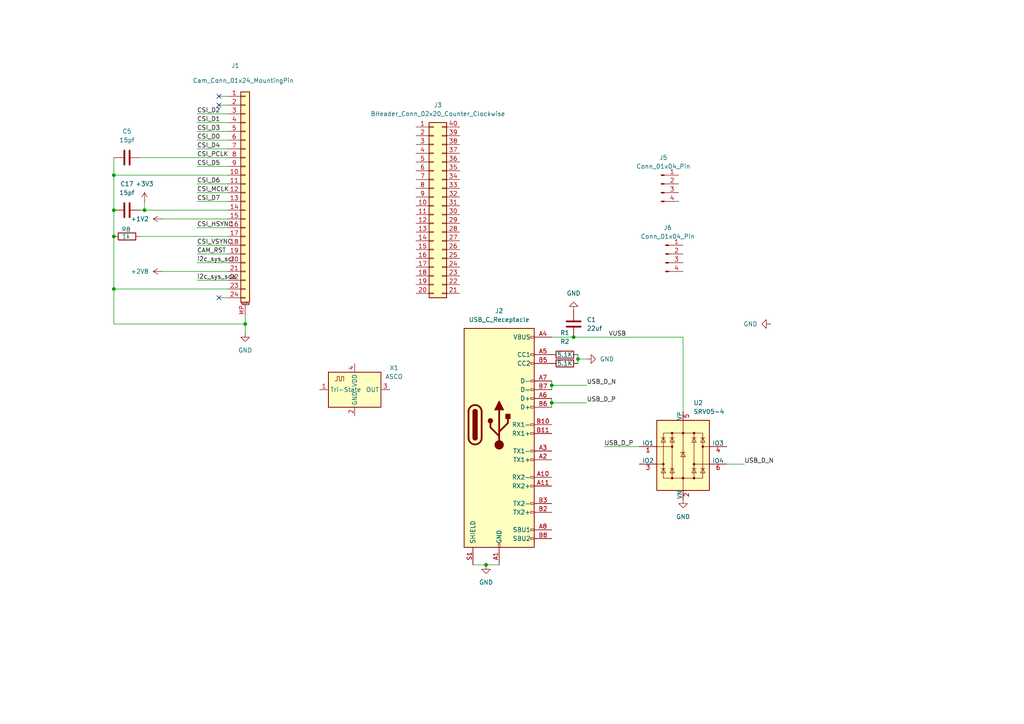
<source format=kicad_sch>
(kicad_sch (version 20240417) (generator "eeschema") (generator_version "8.99")
  (paper "A4")
  (lib_symbols
    (symbol "Connector:Conn_01x04_Pin" (pin_names (offset 1.016) hide)
      (property "Reference" "J" (at 0 5.08 0))
      (property "Value" "Conn_01x04_Pin" (at 0 -7.62 0))
      (symbol "Conn_01x04_Pin_1_1"
        (rectangle (start 0.8636 2.667) (end 0 2.413) (stroke (width 0.1524)) (fill (type outline)))
        (rectangle (start 0.8636 0.127) (end 0 -0.127) (stroke (width 0.1524)) (fill (type outline)))
        (rectangle (start 0.8636 -2.413) (end 0 -2.667) (stroke (width 0.1524)) (fill (type outline)))
        (rectangle (start 0.8636 -4.953) (end 0 -5.207) (stroke (width 0.1524)) (fill (type outline)))
        (polyline (pts (xy 1.27 2.54) (xy 0.8636 2.54)) (stroke (width 0.1524)))
        (polyline (pts (xy 1.27 0) (xy 0.8636 0)) (stroke (width 0.1524)))
        (polyline (pts (xy 1.27 -2.54) (xy 0.8636 -2.54)) (stroke (width 0.1524)))
        (polyline (pts (xy 1.27 -5.08) (xy 0.8636 -5.08)) (stroke (width 0.1524)))
        (pin passive line (at 5.08 2.54 180) (length 3.81) (name "Pin_1") (number "1"))
        (pin passive line (at 5.08 0 180) (length 3.81) (name "Pin_2") (number "2"))
        (pin passive line (at 5.08 -2.54 180) (length 3.81) (name "Pin_3") (number "3"))
        (pin passive line (at 5.08 -5.08 180) (length 3.81) (name "Pin_4") (number "4"))
      )
    )
    (symbol "Connector:USB_C_Receptacle" (pin_names (offset 1.016))
      (property "Reference" "J" (at -10.16 29.21 0))
      (property "Value" "USB_C_Receptacle" (at 10.16 29.21 0))
      (symbol "USB_C_Receptacle_0_0"
        (rectangle (start -0.254 -35.56) (end 0.254 -34.544))
        (rectangle (start 10.16 25.654) (end 9.144 25.146))
        (rectangle (start 10.16 20.574) (end 9.144 20.066))
        (rectangle (start 10.16 18.034) (end 9.144 17.526))
        (rectangle (start 10.16 12.954) (end 9.144 12.446))
        (rectangle (start 10.16 10.414) (end 9.144 9.906))
        (rectangle (start 10.16 7.874) (end 9.144 7.366))
        (rectangle (start 10.16 5.334) (end 9.144 4.826))
        (rectangle (start 10.16 0.254) (end 9.144 -0.254))
        (rectangle (start 10.16 -2.286) (end 9.144 -2.794))
        (rectangle (start 10.16 -7.366) (end 9.144 -7.874))
        (rectangle (start 10.16 -9.906) (end 9.144 -10.414))
        (rectangle (start 10.16 -14.986) (end 9.144 -15.494))
        (rectangle (start 10.16 -17.526) (end 9.144 -18.034))
        (rectangle (start 10.16 -22.606) (end 9.144 -23.114))
        (rectangle (start 10.16 -25.146) (end 9.144 -25.654))
        (rectangle (start 10.16 -30.226) (end 9.144 -30.734))
        (rectangle (start 10.16 -32.766) (end 9.144 -33.274))
      )
      (symbol "USB_C_Receptacle_0_1"
        (rectangle (start -10.16 27.94) (end 10.16 -35.56) (stroke (width 0.254)) (fill (type background)))
        (polyline (pts (xy -8.89 -3.81) (xy -8.89 3.81)) (stroke (width 0.508)))
        (rectangle (start -7.62 -3.81) (end -6.35 3.81) (stroke (width 0.254)) (fill (type outline)))
        (arc (start -7.62 3.81) (mid -6.985 4.4423) (end -6.35 3.81) (stroke (width 0.254)))
        (arc (start -7.62 3.81) (mid -6.985 4.4423) (end -6.35 3.81) (stroke (width 0.254)) (fill (type outline)))
        (arc (start -8.89 3.81) (mid -6.985 5.7067) (end -5.08 3.81) (stroke (width 0.508)))
        (arc (start -5.08 -3.81) (mid -6.985 -5.7067) (end -8.89 -3.81) (stroke (width 0.508)))
        (arc (start -6.35 -3.81) (mid -6.985 -4.4423) (end -7.62 -3.81) (stroke (width 0.254)))
        (arc (start -6.35 -3.81) (mid -6.985 -4.4423) (end -7.62 -3.81) (stroke (width 0.254)) (fill (type outline)))
        (polyline (pts (xy -5.08 3.81) (xy -5.08 -3.81)) (stroke (width 0.508)))
      )
      (symbol "USB_C_Receptacle_1_1"
        (circle (center -2.54 1.143) (radius 0.635) (stroke (width 0.254)) (fill (type outline)))
        (polyline (pts (xy -1.27 4.318) (xy 0 6.858) (xy 1.27 4.318) (xy -1.27 4.318)) (stroke (width 0.254)) (fill (type outline)))
        (polyline (pts (xy 0 -2.032) (xy 2.54 0.508) (xy 2.54 1.778)) (stroke (width 0.508)))
        (polyline (pts (xy 0 -3.302) (xy -2.54 -0.762) (xy -2.54 0.508)) (stroke (width 0.508)))
        (polyline (pts (xy 0 -5.842) (xy 0 4.318)) (stroke (width 0.508)))
        (circle (center 0 -5.842) (radius 1.27) (fill (type outline)))
        (rectangle (start 1.905 1.778) (end 3.175 3.048) (stroke (width 0.254)) (fill (type outline)))
        (pin passive line (at 0 -40.64 90) (length 5.08) (name "GND") (number "A1"))
        (pin bidirectional line (at 15.24 -15.24 180) (length 5.08) (name "RX2-") (number "A10"))
        (pin bidirectional line (at 15.24 -17.78 180) (length 5.08) (name "RX2+") (number "A11"))
        (pin passive line (at 0 -40.64 90) (length 5.08) hide (name "GND") (number "A12"))
        (pin bidirectional line (at 15.24 -10.16 180) (length 5.08) (name "TX1+") (number "A2"))
        (pin bidirectional line (at 15.24 -7.62 180) (length 5.08) (name "TX1-") (number "A3"))
        (pin passive line (at 15.24 25.4 180) (length 5.08) (name "VBUS") (number "A4"))
        (pin bidirectional line (at 15.24 20.32 180) (length 5.08) (name "CC1") (number "A5"))
        (pin bidirectional line (at 15.24 7.62 180) (length 5.08) (name "D+") (number "A6"))
        (pin bidirectional line (at 15.24 12.7 180) (length 5.08) (name "D-") (number "A7"))
        (pin bidirectional line (at 15.24 -30.48 180) (length 5.08) (name "SBU1") (number "A8"))
        (pin passive line (at 15.24 25.4 180) (length 5.08) hide (name "VBUS") (number "A9"))
        (pin passive line (at 0 -40.64 90) (length 5.08) hide (name "GND") (number "B1"))
        (pin bidirectional line (at 15.24 0 180) (length 5.08) (name "RX1-") (number "B10"))
        (pin bidirectional line (at 15.24 -2.54 180) (length 5.08) (name "RX1+") (number "B11"))
        (pin passive line (at 0 -40.64 90) (length 5.08) hide (name "GND") (number "B12"))
        (pin bidirectional line (at 15.24 -25.4 180) (length 5.08) (name "TX2+") (number "B2"))
        (pin bidirectional line (at 15.24 -22.86 180) (length 5.08) (name "TX2-") (number "B3"))
        (pin passive line (at 15.24 25.4 180) (length 5.08) hide (name "VBUS") (number "B4"))
        (pin bidirectional line (at 15.24 17.78 180) (length 5.08) (name "CC2") (number "B5"))
        (pin bidirectional line (at 15.24 5.08 180) (length 5.08) (name "D+") (number "B6"))
        (pin bidirectional line (at 15.24 10.16 180) (length 5.08) (name "D-") (number "B7"))
        (pin bidirectional line (at 15.24 -33.02 180) (length 5.08) (name "SBU2") (number "B8"))
        (pin passive line (at 15.24 25.4 180) (length 5.08) hide (name "VBUS") (number "B9"))
        (pin passive line (at -7.62 -40.64 90) (length 5.08) (name "SHIELD") (number "S1"))
      )
    )
    (symbol "Connector_Generic:Conn_02x20_Counter_Clockwise" (pin_names (offset 1.016) hide)
      (property "Reference" "J" (at 1.27 25.4 0))
      (property "Value" "Conn_02x20_Counter_Clockwise" (at 1.27 -27.94 0))
      (symbol "Conn_02x20_Counter_Clockwise_1_1"
        (rectangle (start -1.27 24.13) (end 3.81 -26.67) (stroke (width 0.254)) (fill (type background)))
        (rectangle (start -1.27 22.987) (end 0 22.733) (stroke (width 0.1524)))
        (rectangle (start -1.27 20.447) (end 0 20.193) (stroke (width 0.1524)))
        (rectangle (start -1.27 17.907) (end 0 17.653) (stroke (width 0.1524)))
        (rectangle (start -1.27 15.367) (end 0 15.113) (stroke (width 0.1524)))
        (rectangle (start -1.27 12.827) (end 0 12.573) (stroke (width 0.1524)))
        (rectangle (start -1.27 10.287) (end 0 10.033) (stroke (width 0.1524)))
        (rectangle (start -1.27 7.747) (end 0 7.493) (stroke (width 0.1524)))
        (rectangle (start -1.27 5.207) (end 0 4.953) (stroke (width 0.1524)))
        (rectangle (start -1.27 2.667) (end 0 2.413) (stroke (width 0.1524)))
        (rectangle (start -1.27 0.127) (end 0 -0.127) (stroke (width 0.1524)))
        (rectangle (start -1.27 -2.413) (end 0 -2.667) (stroke (width 0.1524)))
        (rectangle (start -1.27 -4.953) (end 0 -5.207) (stroke (width 0.1524)))
        (rectangle (start -1.27 -7.493) (end 0 -7.747) (stroke (width 0.1524)))
        (rectangle (start -1.27 -10.033) (end 0 -10.287) (stroke (width 0.1524)))
        (rectangle (start -1.27 -12.573) (end 0 -12.827) (stroke (width 0.1524)))
        (rectangle (start -1.27 -15.113) (end 0 -15.367) (stroke (width 0.1524)))
        (rectangle (start -1.27 -17.653) (end 0 -17.907) (stroke (width 0.1524)))
        (rectangle (start -1.27 -20.193) (end 0 -20.447) (stroke (width 0.1524)))
        (rectangle (start -1.27 -22.733) (end 0 -22.987) (stroke (width 0.1524)))
        (rectangle (start -1.27 -25.273) (end 0 -25.527) (stroke (width 0.1524)))
        (rectangle (start 3.81 22.987) (end 2.54 22.733) (stroke (width 0.1524)))
        (rectangle (start 3.81 20.447) (end 2.54 20.193) (stroke (width 0.1524)))
        (rectangle (start 3.81 17.907) (end 2.54 17.653) (stroke (width 0.1524)))
        (rectangle (start 3.81 15.367) (end 2.54 15.113) (stroke (width 0.1524)))
        (rectangle (start 3.81 12.827) (end 2.54 12.573) (stroke (width 0.1524)))
        (rectangle (start 3.81 10.287) (end 2.54 10.033) (stroke (width 0.1524)))
        (rectangle (start 3.81 7.747) (end 2.54 7.493) (stroke (width 0.1524)))
        (rectangle (start 3.81 5.207) (end 2.54 4.953) (stroke (width 0.1524)))
        (rectangle (start 3.81 2.667) (end 2.54 2.413) (stroke (width 0.1524)))
        (rectangle (start 3.81 0.127) (end 2.54 -0.127) (stroke (width 0.1524)))
        (rectangle (start 3.81 -2.413) (end 2.54 -2.667) (stroke (width 0.1524)))
        (rectangle (start 3.81 -4.953) (end 2.54 -5.207) (stroke (width 0.1524)))
        (rectangle (start 3.81 -7.493) (end 2.54 -7.747) (stroke (width 0.1524)))
        (rectangle (start 3.81 -10.033) (end 2.54 -10.287) (stroke (width 0.1524)))
        (rectangle (start 3.81 -12.573) (end 2.54 -12.827) (stroke (width 0.1524)))
        (rectangle (start 3.81 -15.113) (end 2.54 -15.367) (stroke (width 0.1524)))
        (rectangle (start 3.81 -17.653) (end 2.54 -17.907) (stroke (width 0.1524)))
        (rectangle (start 3.81 -20.193) (end 2.54 -20.447) (stroke (width 0.1524)))
        (rectangle (start 3.81 -22.733) (end 2.54 -22.987) (stroke (width 0.1524)))
        (rectangle (start 3.81 -25.273) (end 2.54 -25.527) (stroke (width 0.1524)))
        (pin passive line (at -5.08 22.86 0) (length 3.81) (name "Pin_1") (number "1"))
        (pin passive line (at -5.08 0 0) (length 3.81) (name "Pin_10") (number "10"))
        (pin passive line (at -5.08 -2.54 0) (length 3.81) (name "Pin_11") (number "11"))
        (pin passive line (at -5.08 -5.08 0) (length 3.81) (name "Pin_12") (number "12"))
        (pin passive line (at -5.08 -7.62 0) (length 3.81) (name "Pin_13") (number "13"))
        (pin passive line (at -5.08 -10.16 0) (length 3.81) (name "Pin_14") (number "14"))
        (pin passive line (at -5.08 -12.7 0) (length 3.81) (name "Pin_15") (number "15"))
        (pin passive line (at -5.08 -15.24 0) (length 3.81) (name "Pin_16") (number "16"))
        (pin passive line (at -5.08 -17.78 0) (length 3.81) (name "Pin_17") (number "17"))
        (pin passive line (at -5.08 -20.32 0) (length 3.81) (name "Pin_18") (number "18"))
        (pin passive line (at -5.08 -22.86 0) (length 3.81) (name "Pin_19") (number "19"))
        (pin passive line (at -5.08 20.32 0) (length 3.81) (name "Pin_2") (number "2"))
        (pin passive line (at -5.08 -25.4 0) (length 3.81) (name "Pin_20") (number "20"))
        (pin passive line (at 7.62 -25.4 180) (length 3.81) (name "Pin_21") (number "21"))
        (pin passive line (at 7.62 -22.86 180) (length 3.81) (name "Pin_22") (number "22"))
        (pin passive line (at 7.62 -20.32 180) (length 3.81) (name "Pin_23") (number "23"))
        (pin passive line (at 7.62 -17.78 180) (length 3.81) (name "Pin_24") (number "24"))
        (pin passive line (at 7.62 -15.24 180) (length 3.81) (name "Pin_25") (number "25"))
        (pin passive line (at 7.62 -12.7 180) (length 3.81) (name "Pin_26") (number "26"))
        (pin passive line (at 7.62 -10.16 180) (length 3.81) (name "Pin_27") (number "27"))
        (pin passive line (at 7.62 -7.62 180) (length 3.81) (name "Pin_28") (number "28"))
        (pin passive line (at 7.62 -5.08 180) (length 3.81) (name "Pin_29") (number "29"))
        (pin passive line (at -5.08 17.78 0) (length 3.81) (name "Pin_3") (number "3"))
        (pin passive line (at 7.62 -2.54 180) (length 3.81) (name "Pin_30") (number "30"))
        (pin passive line (at 7.62 0 180) (length 3.81) (name "Pin_31") (number "31"))
        (pin passive line (at 7.62 2.54 180) (length 3.81) (name "Pin_32") (number "32"))
        (pin passive line (at 7.62 5.08 180) (length 3.81) (name "Pin_33") (number "33"))
        (pin passive line (at 7.62 7.62 180) (length 3.81) (name "Pin_34") (number "34"))
        (pin passive line (at 7.62 10.16 180) (length 3.81) (name "Pin_35") (number "35"))
        (pin passive line (at 7.62 12.7 180) (length 3.81) (name "Pin_36") (number "36"))
        (pin passive line (at 7.62 15.24 180) (length 3.81) (name "Pin_37") (number "37"))
        (pin passive line (at 7.62 17.78 180) (length 3.81) (name "Pin_38") (number "38"))
        (pin passive line (at 7.62 20.32 180) (length 3.81) (name "Pin_39") (number "39"))
        (pin passive line (at -5.08 15.24 0) (length 3.81) (name "Pin_4") (number "4"))
        (pin passive line (at 7.62 22.86 180) (length 3.81) (name "Pin_40") (number "40"))
        (pin passive line (at -5.08 12.7 0) (length 3.81) (name "Pin_5") (number "5"))
        (pin passive line (at -5.08 10.16 0) (length 3.81) (name "Pin_6") (number "6"))
        (pin passive line (at -5.08 7.62 0) (length 3.81) (name "Pin_7") (number "7"))
        (pin passive line (at -5.08 5.08 0) (length 3.81) (name "Pin_8") (number "8"))
        (pin passive line (at -5.08 2.54 0) (length 3.81) (name "Pin_9") (number "9"))
      )
    )
    (symbol "Connector_Generic_MountingPin:Conn_01x24_MountingPin" (pin_names (offset 1.016) hide)
      (property "Reference" "J" (at 0 30.48 0))
      (property "Value" "Conn_01x24_MountingPin" (at 1.27 -33.02 0))
      (symbol "Conn_01x24_MountingPin_1_1"
        (rectangle (start -1.27 29.21) (end 1.27 -31.75) (stroke (width 0.254)) (fill (type background)))
        (rectangle (start -1.27 28.067) (end 0 27.813) (stroke (width 0.1524)))
        (rectangle (start -1.27 25.527) (end 0 25.273) (stroke (width 0.1524)))
        (rectangle (start -1.27 22.987) (end 0 22.733) (stroke (width 0.1524)))
        (rectangle (start -1.27 20.447) (end 0 20.193) (stroke (width 0.1524)))
        (rectangle (start -1.27 17.907) (end 0 17.653) (stroke (width 0.1524)))
        (rectangle (start -1.27 15.367) (end 0 15.113) (stroke (width 0.1524)))
        (rectangle (start -1.27 12.827) (end 0 12.573) (stroke (width 0.1524)))
        (rectangle (start -1.27 10.287) (end 0 10.033) (stroke (width 0.1524)))
        (rectangle (start -1.27 7.747) (end 0 7.493) (stroke (width 0.1524)))
        (rectangle (start -1.27 5.207) (end 0 4.953) (stroke (width 0.1524)))
        (rectangle (start -1.27 2.667) (end 0 2.413) (stroke (width 0.1524)))
        (rectangle (start -1.27 0.127) (end 0 -0.127) (stroke (width 0.1524)))
        (rectangle (start -1.27 -2.413) (end 0 -2.667) (stroke (width 0.1524)))
        (rectangle (start -1.27 -4.953) (end 0 -5.207) (stroke (width 0.1524)))
        (rectangle (start -1.27 -7.493) (end 0 -7.747) (stroke (width 0.1524)))
        (rectangle (start -1.27 -10.033) (end 0 -10.287) (stroke (width 0.1524)))
        (rectangle (start -1.27 -12.573) (end 0 -12.827) (stroke (width 0.1524)))
        (rectangle (start -1.27 -15.113) (end 0 -15.367) (stroke (width 0.1524)))
        (rectangle (start -1.27 -17.653) (end 0 -17.907) (stroke (width 0.1524)))
        (rectangle (start -1.27 -20.193) (end 0 -20.447) (stroke (width 0.1524)))
        (rectangle (start -1.27 -22.733) (end 0 -22.987) (stroke (width 0.1524)))
        (rectangle (start -1.27 -25.273) (end 0 -25.527) (stroke (width 0.1524)))
        (rectangle (start -1.27 -27.813) (end 0 -28.067) (stroke (width 0.1524)))
        (rectangle (start -1.27 -30.353) (end 0 -30.607) (stroke (width 0.1524)))
        (polyline (pts (xy -1.016 -32.512) (xy 1.016 -32.512)) (stroke (width 0.1524)))
        (text "Mounting" (at 0 -32.131 0) (effects (font (size 0.381 0.381))))
        (pin passive line (at -5.08 27.94 0) (length 3.81) (name "Pin_1") (number "1"))
        (pin passive line (at -5.08 5.08 0) (length 3.81) (name "Pin_10") (number "10"))
        (pin passive line (at -5.08 2.54 0) (length 3.81) (name "Pin_11") (number "11"))
        (pin passive line (at -5.08 0 0) (length 3.81) (name "Pin_12") (number "12"))
        (pin passive line (at -5.08 -2.54 0) (length 3.81) (name "Pin_13") (number "13"))
        (pin passive line (at -5.08 -5.08 0) (length 3.81) (name "Pin_14") (number "14"))
        (pin passive line (at -5.08 -7.62 0) (length 3.81) (name "Pin_15") (number "15"))
        (pin passive line (at -5.08 -10.16 0) (length 3.81) (name "Pin_16") (number "16"))
        (pin passive line (at -5.08 -12.7 0) (length 3.81) (name "Pin_17") (number "17"))
        (pin passive line (at -5.08 -15.24 0) (length 3.81) (name "Pin_18") (number "18"))
        (pin passive line (at -5.08 -17.78 0) (length 3.81) (name "Pin_19") (number "19"))
        (pin passive line (at -5.08 25.4 0) (length 3.81) (name "Pin_2") (number "2"))
        (pin passive line (at -5.08 -20.32 0) (length 3.81) (name "Pin_20") (number "20"))
        (pin passive line (at -5.08 -22.86 0) (length 3.81) (name "Pin_21") (number "21"))
        (pin passive line (at -5.08 -25.4 0) (length 3.81) (name "Pin_22") (number "22"))
        (pin passive line (at -5.08 -27.94 0) (length 3.81) (name "Pin_23") (number "23"))
        (pin passive line (at -5.08 -30.48 0) (length 3.81) (name "Pin_24") (number "24"))
        (pin passive line (at -5.08 22.86 0) (length 3.81) (name "Pin_3") (number "3"))
        (pin passive line (at -5.08 20.32 0) (length 3.81) (name "Pin_4") (number "4"))
        (pin passive line (at -5.08 17.78 0) (length 3.81) (name "Pin_5") (number "5"))
        (pin passive line (at -5.08 15.24 0) (length 3.81) (name "Pin_6") (number "6"))
        (pin passive line (at -5.08 12.7 0) (length 3.81) (name "Pin_7") (number "7"))
        (pin passive line (at -5.08 10.16 0) (length 3.81) (name "Pin_8") (number "8"))
        (pin passive line (at -5.08 7.62 0) (length 3.81) (name "Pin_9") (number "9"))
        (pin passive line (at 0 -35.56 90) (length 3.048) (name "MountPin") (number "MP"))
      )
    )
    (symbol "Device:C" (pin_numbers hide) (pin_names (offset 0.254))
      (property "Reference" "C" (at 0.635 2.54 0))
      (property "Value" "C" (at 0.635 -2.54 0))
      (symbol "C_0_1"
        (polyline (pts (xy -2.032 0.762) (xy 2.032 0.762)) (stroke (width 0.508)))
        (polyline (pts (xy -2.032 -0.762) (xy 2.032 -0.762)) (stroke (width 0.508)))
      )
      (symbol "C_1_1"
        (pin passive line (at 0 3.81 270) (length 2.794) (name "~") (number "1"))
        (pin passive line (at 0 -3.81 90) (length 2.794) (name "~") (number "2"))
      )
    )
    (symbol "Device:R" (pin_numbers hide) (pin_names (offset 0))
      (property "Reference" "R" (at 2.032 0 90))
      (property "Value" "R" (at 0 0 90))
      (symbol "R_0_1"
        (rectangle (start -1.016 -2.54) (end 1.016 2.54) (stroke (width 0.254)))
      )
      (symbol "R_1_1"
        (pin passive line (at 0 3.81 270) (length 1.27) (name "~") (number "1"))
        (pin passive line (at 0 -3.81 90) (length 1.27) (name "~") (number "2"))
      )
    )
    (symbol "Oscillator:ASCO"
      (property "Reference" "X" (at -7.62 6.35 0))
      (property "Value" "ASCO" (at 1.27 -6.35 0))
      (symbol "ASCO_0_1"
        (rectangle (start -7.62 5.08) (end 7.62 -5.08) (stroke (width 0.254)) (fill (type background)))
        (polyline (pts (xy -5.715 2.54) (xy -5.08 2.54) (xy -5.08 3.81) (xy -4.445 3.81) (xy -4.445 2.54) (xy -3.81 2.54) (xy -3.81 3.81) (xy -3.175 3.81) (xy -3.175 2.54)))
      )
      (symbol "ASCO_1_1"
        (pin input line (at -10.16 0 0) (length 2.54) (name "Tri-State") (number "1"))
        (pin power_in line (at 0 -7.62 90) (length 2.54) (name "GND") (number "2"))
        (pin output line (at 10.16 0 180) (length 2.54) (name "OUT") (number "3"))
        (pin power_in line (at 0 7.62 270) (length 2.54) (name "VDD") (number "4"))
      )
    )
    (symbol "Power_Protection:SRV05-4" (pin_names (offset 0))
      (property "Reference" "U" (at -5.08 11.43 0))
      (property "Value" "SRV05-4" (at 2.54 11.43 0))
      (symbol "SRV05-4_0_0"
        (rectangle (start -5.715 6.477) (end 5.715 -6.604))
        (polyline (pts (xy -3.175 -6.604) (xy -3.175 6.477)))
        (polyline (pts (xy 3.175 6.477) (xy 3.175 -6.604)))
      )
      (symbol "SRV05-4_0_1"
        (polyline (pts (xy -7.747 2.54) (xy -3.175 2.54)))
        (rectangle (start -7.62 10.16) (end 7.62 -10.16) (stroke (width 0.254)) (fill (type background)))
        (polyline (pts (xy -7.62 -2.54) (xy -5.715 -2.54)))
        (circle (center -5.715 -2.54) (radius 0.2794) (fill (type outline)))
        (polyline (pts (xy -5.08 5.08) (xy -6.35 5.08)))
        (polyline (pts (xy -5.08 3.81) (xy -6.35 3.81) (xy -5.715 5.08) (xy -5.08 3.81)))
        (polyline (pts (xy -5.08 -3.81) (xy -6.35 -3.81)))
        (polyline (pts (xy -5.08 -5.08) (xy -6.35 -5.08) (xy -5.715 -3.81) (xy -5.08 -5.08)))
        (circle (center -3.175 6.477) (radius 0.2794) (fill (type outline)))
        (circle (center -3.175 2.54) (radius 0.2794) (fill (type outline)))
        (circle (center -3.175 -6.604) (radius 0.2794) (fill (type outline)))
        (polyline (pts (xy -2.54 5.08) (xy -3.81 5.08)))
        (polyline (pts (xy -2.54 3.81) (xy -3.81 3.81) (xy -3.175 5.08) (xy -2.54 3.81)))
        (polyline (pts (xy -2.54 -3.81) (xy -3.81 -3.81)))
        (polyline (pts (xy -2.54 -5.08) (xy -3.81 -5.08) (xy -3.175 -3.81) (xy -2.54 -5.08)))
        (polyline (pts (xy 0 10.16) (xy 0 -10.16)))
        (circle (center 0 6.477) (radius 0.2794) (fill (type outline)))
        (circle (center 0 -6.604) (radius 0.2794) (fill (type outline)))
        (polyline (pts (xy 0.635 0.889) (xy -0.635 0.889) (xy -0.635 0.635)))
        (polyline (pts (xy 0.635 -0.381) (xy -0.635 -0.381) (xy 0 0.889) (xy 0.635 -0.381)))
        (circle (center 3.175 6.477) (radius 0.2794) (fill (type outline)))
        (circle (center 3.175 -2.54) (radius 0.2794) (fill (type outline)))
        (circle (center 3.175 -6.604) (radius 0.2794) (fill (type outline)))
        (polyline (pts (xy 3.81 5.08) (xy 2.54 5.08)))
        (polyline (pts (xy 3.81 3.81) (xy 2.54 3.81) (xy 3.175 5.08) (xy 3.81 3.81)))
        (polyline (pts (xy 3.81 -3.81) (xy 2.54 -3.81)))
        (polyline (pts (xy 3.81 -5.08) (xy 2.54 -5.08) (xy 3.175 -3.81) (xy 3.81 -5.08)))
        (circle (center 5.715 2.54) (radius 0.2794) (fill (type outline)))
        (polyline (pts (xy 6.35 5.08) (xy 5.08 5.08)))
        (polyline (pts (xy 6.35 3.81) (xy 5.08 3.81) (xy 5.715 5.08) (xy 6.35 3.81)))
        (polyline (pts (xy 6.35 -3.81) (xy 5.08 -3.81)))
        (polyline (pts (xy 6.35 -5.08) (xy 5.08 -5.08) (xy 5.715 -3.81) (xy 6.35 -5.08)))
        (polyline (pts (xy 7.62 2.54) (xy 5.715 2.54)))
        (polyline (pts (xy 7.62 -2.54) (xy 3.175 -2.54)))
      )
      (symbol "SRV05-4_1_1"
        (pin passive line (at -12.7 2.54 0) (length 5.08) (name "IO1") (number "1"))
        (pin passive line (at 0 -12.7 90) (length 2.54) (name "VN") (number "2"))
        (pin passive line (at -12.7 -2.54 0) (length 5.08) (name "IO2") (number "3"))
        (pin passive line (at 12.7 2.54 180) (length 5.08) (name "IO3") (number "4"))
        (pin passive line (at 0 12.7 270) (length 2.54) (name "VP") (number "5"))
        (pin passive line (at 12.7 -2.54 180) (length 5.08) (name "IO4") (number "6"))
      )
    )
    (symbol "power:+1V2" (power) (pin_numbers hide) (pin_names (offset 0) hide)
      (property "Value" "+1V2" (at 0 3.556 0))
      (symbol "+1V2_0_1"
        (polyline (pts (xy -0.762 1.27) (xy 0 2.54)))
        (polyline (pts (xy 0 2.54) (xy 0.762 1.27)))
        (polyline (pts (xy 0 0) (xy 0 2.54)))
      )
      (symbol "+1V2_1_1"
        (pin power_in line (at 0 0 90) (length 0) (name "~") (number "1"))
      )
    )
    (symbol "power:+2V8" (power) (pin_numbers hide) (pin_names (offset 0) hide)
      (property "Value" "+2V8" (at 0 3.556 0))
      (symbol "+2V8_0_1"
        (polyline (pts (xy -0.762 1.27) (xy 0 2.54)))
        (polyline (pts (xy 0 2.54) (xy 0.762 1.27)))
        (polyline (pts (xy 0 0) (xy 0 2.54)))
      )
      (symbol "+2V8_1_1"
        (pin power_in line (at 0 0 90) (length 0) (name "~") (number "1"))
      )
    )
    (symbol "power:+3V3" (power) (pin_numbers hide) (pin_names (offset 0) hide)
      (property "Value" "+3V3" (at 0 3.556 0))
      (symbol "+3V3_0_1"
        (polyline (pts (xy -0.762 1.27) (xy 0 2.54)))
        (polyline (pts (xy 0 2.54) (xy 0.762 1.27)))
        (polyline (pts (xy 0 0) (xy 0 2.54)))
      )
      (symbol "+3V3_1_1"
        (pin power_in line (at 0 0 90) (length 0) (name "~") (number "1"))
      )
    )
    (symbol "power:GND" (power) (pin_numbers hide) (pin_names (offset 0) hide)
      (property "Value" "GND" (at 0 -3.81 0))
      (symbol "GND_0_1"
        (polyline (pts (xy 0 0) (xy 0 -1.27) (xy 1.27 -1.27) (xy 0 -2.54) (xy -1.27 -1.27) (xy 0 -1.27)))
      )
      (symbol "GND_1_1"
        (pin power_in line (at 0 0 270) (length 0) (name "~") (number "1"))
      )
    )
  )
  (junction (at 140.97 163.83))
  (junction (at 33.02 83.82))
  (junction (at 33.02 60.96))
  (junction (at 160.02 116.84))
  (junction (at 71.12 93.98))
  (junction (at 166.37 97.79))
  (junction (at 33.02 68.58))
  (junction (at 41.91 60.96))
  (junction (at 167.64 104.14))
  (junction (at 160.02 111.76))
  (junction (at 33.02 50.8))
  (no_connect (at 63.5 27.94))
  (no_connect (at 63.5 86.36))
  (no_connect (at 63.5 30.48))
  (wire (pts (xy 210.82 134.62) (xy 215.9 134.62)))
  (wire (pts (xy 33.02 45.72) (xy 33.02 50.8)))
  (wire (pts (xy 167.64 104.14) (xy 170.18 104.14)))
  (wire (pts (xy 57.15 40.64) (xy 66.04 40.64)))
  (wire (pts (xy 140.97 163.83) (xy 144.78 163.83)))
  (wire (pts (xy 57.15 58.42) (xy 66.04 58.42)))
  (wire (pts (xy 41.91 58.42) (xy 41.91 60.96)))
  (wire (pts (xy 40.64 60.96) (xy 41.91 60.96)))
  (wire (pts (xy 57.15 76.2) (xy 66.04 76.2)))
  (wire (pts (xy 33.02 83.82) (xy 33.02 93.98)))
  (wire (pts (xy 40.64 45.72) (xy 66.04 45.72)))
  (wire (pts (xy 57.15 48.26) (xy 66.04 48.26)))
  (wire (pts (xy 160.02 115.57) (xy 160.02 116.84)))
  (wire (pts (xy 33.02 68.58) (xy 33.02 83.82)))
  (wire (pts (xy 57.15 66.04) (xy 66.04 66.04)))
  (wire (pts (xy 57.15 71.12) (xy 66.04 71.12)))
  (wire (pts (xy 46.99 78.74) (xy 66.04 78.74)))
  (wire (pts (xy 160.02 110.49) (xy 160.02 111.76)))
  (wire (pts (xy 63.5 30.48) (xy 66.04 30.48)))
  (wire (pts (xy 160.02 116.84) (xy 170.18 116.84)))
  (wire (pts (xy 57.15 33.02) (xy 66.04 33.02)))
  (wire (pts (xy 166.37 97.79) (xy 198.12 97.79)))
  (wire (pts (xy 167.64 104.14) (xy 167.64 105.41)))
  (wire (pts (xy 71.12 93.98) (xy 71.12 96.52)))
  (wire (pts (xy 33.02 93.98) (xy 71.12 93.98)))
  (wire (pts (xy 57.15 73.66) (xy 66.04 73.66)))
  (wire (pts (xy 71.12 91.44) (xy 71.12 93.98)))
  (wire (pts (xy 160.02 111.76) (xy 170.18 111.76)))
  (wire (pts (xy 57.15 53.34) (xy 66.04 53.34)))
  (wire (pts (xy 41.91 60.96) (xy 66.04 60.96)))
  (wire (pts (xy 63.5 86.36) (xy 66.04 86.36)))
  (wire (pts (xy 33.02 50.8) (xy 66.04 50.8)))
  (wire (pts (xy 66.04 83.82) (xy 33.02 83.82)))
  (wire (pts (xy 57.15 55.88) (xy 66.04 55.88)))
  (wire (pts (xy 160.02 111.76) (xy 160.02 113.03)))
  (wire (pts (xy 57.15 43.18) (xy 66.04 43.18)))
  (wire (pts (xy 57.15 38.1) (xy 66.04 38.1)))
  (wire (pts (xy 57.15 35.56) (xy 66.04 35.56)))
  (wire (pts (xy 167.64 102.87) (xy 167.64 104.14)))
  (wire (pts (xy 40.64 68.58) (xy 66.04 68.58)))
  (wire (pts (xy 137.16 163.83) (xy 140.97 163.83)))
  (wire (pts (xy 33.02 50.8) (xy 33.02 60.96)))
  (wire (pts (xy 33.02 60.96) (xy 33.02 68.58)))
  (wire (pts (xy 160.02 116.84) (xy 160.02 118.11)))
  (wire (pts (xy 63.5 27.94) (xy 66.04 27.94)))
  (wire (pts (xy 160.02 97.79) (xy 166.37 97.79)))
  (wire (pts (xy 57.15 81.28) (xy 66.04 81.28)))
  (wire (pts (xy 46.99 63.5) (xy 66.04 63.5)))
  (wire (pts (xy 175.26 129.54) (xy 185.42 129.54)))
  (wire (pts (xy 198.12 97.79) (xy 198.12 119.38)))
  (label "i2c_sys_sda" (at 57.15 81.28 0))
  (label "CSI_MCLK" (at 57.15 55.88 0))
  (label "CSI_D6" (at 57.15 53.34 0))
  (label "USB_D_N" (at 170.18 111.76 0))
  (label "CSI_D4" (at 57.15 43.18 0))
  (label "VUSB" (at 176.53 97.79 0))
  (label "CSI_D5" (at 57.15 48.26 0))
  (label "CSI_D0" (at 57.15 40.64 0))
  (label "CSI_D3" (at 57.15 38.1 0))
  (label "CSI_D1" (at 57.15 35.56 0))
  (label "CSI_D2" (at 57.15 33.02 0))
  (label "USB_D_P" (at 170.18 116.84 0))
  (label "CAM_RST" (at 57.15 73.66 0))
  (label "USB_D_P" (at 175.26 129.54 0))
  (label "CSI_D7" (at 57.15 58.42 0))
  (label "CSI_PCLK" (at 57.15 45.72 0))
  (label "USB_D_N" (at 215.9 134.62 0))
  (label "CSI_HSYNC" (at 57.15 66.04 0))
  (label "CSI_VSYNC" (at 57.15 71.12 0))
  (label "i2c_sys_scl" (at 57.15 76.2 0))
  (symbol (lib_id "Connector_Generic_MountingPin:Conn_01x24_MountingPin") (at 71.12 55.88 0) (unit 1)
    (property "Reference" "J1" (at 67.056 19.05 0) (effects (justify left)))
    (property "Value" "Cam_Conn_01x24_MountingPin" (at 55.88 23.368 0) (effects (justify left)))
    (property "Description" "Generic connectable mounting pin connector, single row, 01x24, script generated (kicad-library-utils/schlib/autogen/connector/)" (effects (hide yes)))
  )
  (symbol (lib_id "power:GND") (at 170.18 104.14 90) (unit 1)
    (property "Reference" "#PWR04" (effects (hide yes)))
    (property "Value" "GND" (at 173.99 104.1399 90) (effects (justify right)))
    (property "Description" "Power symbol creates a global label with name \"GND\" , ground" (effects (hide yes)))
  )
  (symbol (lib_id "Device:R") (at 163.83 105.41 90) (unit 1)
    (property "Reference" "R2" (at 163.83 99.06 90))
    (property "Value" "5.1K" (at 163.83 105.41 90))
    (property "Description" "Resistor" (effects (hide yes)))
  )
  (symbol (lib_id "Device:R") (at 36.83 68.58 90) (unit 1)
    (property "Reference" "R8" (at 36.576 66.548 90))
    (property "Value" "1k" (at 36.576 68.58 90))
    (property "Description" "Resistor" (effects (hide yes)))
  )
  (symbol (lib_id "power:GND") (at 71.12 96.52 0) (unit 1)
    (property "Reference" "#PWR024" (effects (hide yes)))
    (property "Value" "GND" (at 71.12 101.6 0))
    (property "Description" "Power symbol creates a global label with name \"GND\" , ground" (effects (hide yes)))
  )
  (symbol (lib_id "power:GND") (at 166.37 90.17 180) (unit 1)
    (property "Reference" "#PWR02" (effects (hide yes)))
    (property "Value" "GND" (at 166.37 85.09 0))
    (property "Description" "Power symbol creates a global label with name \"GND\" , ground" (effects (hide yes)))
  )
  (symbol (lib_id "Connector:Conn_01x04_Pin") (at 193.04 73.66 0) (unit 1)
    (property "Reference" "J6" (at 193.675 66.04 0))
    (property "Value" "Conn_01x04_Pin" (at 193.675 68.58 0))
    (property "Footprint" "Connector_JST:JST_EH_S4B-EH_1x04_P2.50mm_Horizontal" (effects (hide yes)))
    (property "Description" "Generic connector, single row, 01x04, script generated" (effects (hide yes)))
  )
  (symbol (lib_id "power:GND") (at 198.12 144.78 0) (unit 1)
    (property "Reference" "#PWR08" (effects (hide yes)))
    (property "Value" "GND" (at 198.12 149.86 0))
    (property "Description" "Power symbol creates a global label with name \"GND\" , ground" (effects (hide yes)))
  )
  (symbol (lib_id "Device:R") (at 163.83 102.87 90) (unit 1)
    (property "Reference" "R1" (at 163.83 96.52 90))
    (property "Value" "5.1K" (at 163.83 102.87 90))
    (property "Description" "Resistor" (effects (hide yes)))
  )
  (symbol (lib_id "Connector_Generic:Conn_02x20_Counter_Clockwise") (at 125.73 59.69 0) (unit 1)
    (property "Reference" "J3" (at 127 30.48 0))
    (property "Value" "BHeader_Conn_02x20_Counter_Clockwise" (at 127 33.02 0))
    (property "Footprint" "Connector_Harwin:Harwin_M20-7811545_2x15_P2.54mm_Vertical" (effects (hide yes)))
    (property "Description" "Generic connector, double row, 02x20, counter clockwise pin numbering scheme (similar to DIP package numbering), script generated (kicad-library-utils/schlib/autogen/connector/)" (effects (hide yes)))
  )
  (symbol (lib_id "Device:C") (at 166.37 93.98 0) (unit 1)
    (property "Reference" "C1" (at 170.18 92.7099 0) (effects (justify left)))
    (property "Value" "22uf" (at 170.18 95.2499 0) (effects (justify left)))
    (property "Description" "Unpolarized capacitor" (effects (hide yes)))
  )
  (symbol (lib_id "Oscillator:ASCO") (at 102.87 113.03 0) (unit 1)
    (property "Reference" "X1" (at 114.3 106.7114 0))
    (property "Value" "ASCO" (at 114.3 109.2514 0))
    (property "Footprint" "Oscillator:Oscillator_SMD_Abracon_ASCO-4Pin_1.6x1.2mm" (effects (hide yes)))
    (property "Datasheet" "https://abracon.com/Oscillators/ASCO.pdf" (effects (hide yes)))
    (property "Description" "Crystal Clock Oscillator, Abracon ASCO" (effects (hide yes)))
  )
  (symbol (lib_id "power:GND") (at 140.97 163.83 0) (unit 1)
    (property "Reference" "#PWR01" (effects (hide yes)))
    (property "Value" "GND" (at 140.97 168.91 0))
    (property "Description" "Power symbol creates a global label with name \"GND\" , ground" (effects (hide yes)))
  )
  (symbol (lib_id "power:+1V2") (at 46.99 63.5 90) (unit 1)
    (property "Reference" "#PWR022" (effects (hide yes)))
    (property "Value" "+1V2" (at 43.18 63.4999 90) (effects (justify left)))
    (property "Description" "Power symbol creates a global label with name \"+1V2\"" (effects (hide yes)))
  )
  (symbol (lib_id "Power_Protection:SRV05-4") (at 198.12 132.08 0) (unit 1)
    (property "Reference" "U2" (at 201.1365 116.84 0) (effects (justify left)))
    (property "Value" "SRV05-4" (at 201.1365 119.38 0) (effects (justify left)))
    (property "Footprint" "Package_TO_SOT_SMD:SOT-23-6" (effects (hide yes)))
    (property "Datasheet" "http://www.onsemi.com/pub/Collateral/SRV05-4-D.PDF" (effects (hide yes)))
    (property "Description" "ESD Protection Diodes with Low Clamping Voltage, SOT-23-6" (effects (hide yes)))
  )
  (symbol (lib_id "Connector:Conn_01x04_Pin") (at 191.77 53.34 0) (unit 1)
    (property "Reference" "J5" (at 192.405 45.72 0))
    (property "Value" "Conn_01x04_Pin" (at 192.405 48.26 0))
    (property "Footprint" "Connector_JST:JST_EH_S4B-EH_1x04_P2.50mm_Horizontal" (effects (hide yes)))
    (property "Description" "Generic connector, single row, 01x04, script generated" (effects (hide yes)))
  )
  (symbol (lib_id "power:GND") (at 223.52 93.98 270) (unit 1)
    (property "Reference" "#PWR09" (effects (hide yes)))
    (property "Value" "GND" (at 219.71 93.9799 90) (effects (justify right)))
    (property "Description" "Power symbol creates a global label with name \"GND\" , ground" (effects (hide yes)))
  )
  (symbol (lib_id "Connector:USB_C_Receptacle") (at 144.78 123.19 0) (unit 1)
    (property "Reference" "J2" (at 144.78 90.17 0))
    (property "Value" "USB_C_Receptacle" (at 144.78 92.71 0))
    (property "Footprint" "Connector_USB:USB_C_Receptacle_Amphenol_12401548E4-2A" (effects (hide yes)))
    (property "Datasheet" "https://www.usb.org/sites/default/files/documents/usb_type-c.zip" (effects (hide yes)))
  )
  (symbol (lib_id "Device:C") (at 36.83 45.72 90) (unit 1)
    (property "Reference" "C5" (at 36.83 38.1 90))
    (property "Value" "15pf" (at 36.83 40.64 90))
    (property "Description" "Unpolarized capacitor" (effects (hide yes)))
  )
  (symbol (lib_id "power:+2V8") (at 46.99 78.74 90) (unit 1)
    (property "Reference" "#PWR023" (effects (hide yes)))
    (property "Value" "+2V8" (at 43.18 78.7399 90) (effects (justify left)))
    (property "Description" "Power symbol creates a global label with name \"+2V8\"" (effects (hide yes)))
  )
  (symbol (lib_id "power:+3V3") (at 41.91 58.42 0) (unit 1)
    (property "Reference" "#PWR07" (effects (hide yes)))
    (property "Value" "+3V3" (at 41.91 53.34 0))
    (property "Description" "Power symbol creates a global label with name \"+3V3\"" (effects (hide yes)))
  )
  (symbol (lib_id "Device:C") (at 36.83 60.96 90) (unit 1)
    (property "Reference" "C17" (at 36.83 53.34 90))
    (property "Value" "15pf" (at 36.83 55.88 90))
    (property "Description" "Unpolarized capacitor" (effects (hide yes)))
  )
)
</source>
